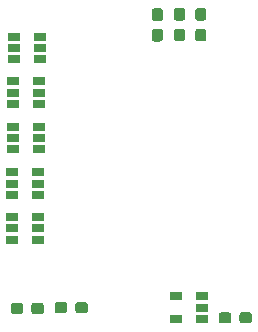
<source format=gbr>
G04 #@! TF.GenerationSoftware,KiCad,Pcbnew,5.1.4-e60b266~84~ubuntu18.04.1*
G04 #@! TF.CreationDate,2019-09-04T17:21:52+01:00*
G04 #@! TF.ProjectId,optical_sensor_daughter_board,6f707469-6361-46c5-9f73-656e736f725f,rev?*
G04 #@! TF.SameCoordinates,Original*
G04 #@! TF.FileFunction,Paste,Top*
G04 #@! TF.FilePolarity,Positive*
%FSLAX46Y46*%
G04 Gerber Fmt 4.6, Leading zero omitted, Abs format (unit mm)*
G04 Created by KiCad (PCBNEW 5.1.4-e60b266~84~ubuntu18.04.1) date 2019-09-04 17:21:52*
%MOMM*%
%LPD*%
G04 APERTURE LIST*
%ADD10R,1.060000X0.650000*%
%ADD11C,0.100000*%
%ADD12C,0.950000*%
G04 APERTURE END LIST*
D10*
X127675000Y-90975000D03*
X127675000Y-90025000D03*
X127675000Y-91925000D03*
X125475000Y-91925000D03*
X125475000Y-90975000D03*
X125475000Y-90025000D03*
X127600000Y-102475000D03*
X127600000Y-101525000D03*
X127600000Y-103425000D03*
X125400000Y-103425000D03*
X125400000Y-102475000D03*
X125400000Y-101525000D03*
X127600000Y-98675000D03*
X127600000Y-97725000D03*
X127600000Y-99625000D03*
X125400000Y-99625000D03*
X125400000Y-98675000D03*
X125400000Y-97725000D03*
X127625000Y-94825000D03*
X127625000Y-93875000D03*
X127625000Y-95775000D03*
X125425000Y-95775000D03*
X125425000Y-94825000D03*
X125425000Y-93875000D03*
X127700000Y-87200000D03*
X127700000Y-86250000D03*
X127700000Y-88150000D03*
X125500000Y-88150000D03*
X125500000Y-87200000D03*
X125500000Y-86250000D03*
X139250000Y-110125000D03*
X139250000Y-108225000D03*
X141450000Y-108225000D03*
X141450000Y-109175000D03*
X141450000Y-110125000D03*
D11*
G36*
X127835779Y-108776144D02*
G01*
X127858834Y-108779563D01*
X127881443Y-108785227D01*
X127903387Y-108793079D01*
X127924457Y-108803044D01*
X127944448Y-108815026D01*
X127963168Y-108828910D01*
X127980438Y-108844562D01*
X127996090Y-108861832D01*
X128009974Y-108880552D01*
X128021956Y-108900543D01*
X128031921Y-108921613D01*
X128039773Y-108943557D01*
X128045437Y-108966166D01*
X128048856Y-108989221D01*
X128050000Y-109012500D01*
X128050000Y-109487500D01*
X128048856Y-109510779D01*
X128045437Y-109533834D01*
X128039773Y-109556443D01*
X128031921Y-109578387D01*
X128021956Y-109599457D01*
X128009974Y-109619448D01*
X127996090Y-109638168D01*
X127980438Y-109655438D01*
X127963168Y-109671090D01*
X127944448Y-109684974D01*
X127924457Y-109696956D01*
X127903387Y-109706921D01*
X127881443Y-109714773D01*
X127858834Y-109720437D01*
X127835779Y-109723856D01*
X127812500Y-109725000D01*
X127237500Y-109725000D01*
X127214221Y-109723856D01*
X127191166Y-109720437D01*
X127168557Y-109714773D01*
X127146613Y-109706921D01*
X127125543Y-109696956D01*
X127105552Y-109684974D01*
X127086832Y-109671090D01*
X127069562Y-109655438D01*
X127053910Y-109638168D01*
X127040026Y-109619448D01*
X127028044Y-109599457D01*
X127018079Y-109578387D01*
X127010227Y-109556443D01*
X127004563Y-109533834D01*
X127001144Y-109510779D01*
X127000000Y-109487500D01*
X127000000Y-109012500D01*
X127001144Y-108989221D01*
X127004563Y-108966166D01*
X127010227Y-108943557D01*
X127018079Y-108921613D01*
X127028044Y-108900543D01*
X127040026Y-108880552D01*
X127053910Y-108861832D01*
X127069562Y-108844562D01*
X127086832Y-108828910D01*
X127105552Y-108815026D01*
X127125543Y-108803044D01*
X127146613Y-108793079D01*
X127168557Y-108785227D01*
X127191166Y-108779563D01*
X127214221Y-108776144D01*
X127237500Y-108775000D01*
X127812500Y-108775000D01*
X127835779Y-108776144D01*
X127835779Y-108776144D01*
G37*
D12*
X127525000Y-109250000D03*
D11*
G36*
X126085779Y-108776144D02*
G01*
X126108834Y-108779563D01*
X126131443Y-108785227D01*
X126153387Y-108793079D01*
X126174457Y-108803044D01*
X126194448Y-108815026D01*
X126213168Y-108828910D01*
X126230438Y-108844562D01*
X126246090Y-108861832D01*
X126259974Y-108880552D01*
X126271956Y-108900543D01*
X126281921Y-108921613D01*
X126289773Y-108943557D01*
X126295437Y-108966166D01*
X126298856Y-108989221D01*
X126300000Y-109012500D01*
X126300000Y-109487500D01*
X126298856Y-109510779D01*
X126295437Y-109533834D01*
X126289773Y-109556443D01*
X126281921Y-109578387D01*
X126271956Y-109599457D01*
X126259974Y-109619448D01*
X126246090Y-109638168D01*
X126230438Y-109655438D01*
X126213168Y-109671090D01*
X126194448Y-109684974D01*
X126174457Y-109696956D01*
X126153387Y-109706921D01*
X126131443Y-109714773D01*
X126108834Y-109720437D01*
X126085779Y-109723856D01*
X126062500Y-109725000D01*
X125487500Y-109725000D01*
X125464221Y-109723856D01*
X125441166Y-109720437D01*
X125418557Y-109714773D01*
X125396613Y-109706921D01*
X125375543Y-109696956D01*
X125355552Y-109684974D01*
X125336832Y-109671090D01*
X125319562Y-109655438D01*
X125303910Y-109638168D01*
X125290026Y-109619448D01*
X125278044Y-109599457D01*
X125268079Y-109578387D01*
X125260227Y-109556443D01*
X125254563Y-109533834D01*
X125251144Y-109510779D01*
X125250000Y-109487500D01*
X125250000Y-109012500D01*
X125251144Y-108989221D01*
X125254563Y-108966166D01*
X125260227Y-108943557D01*
X125268079Y-108921613D01*
X125278044Y-108900543D01*
X125290026Y-108880552D01*
X125303910Y-108861832D01*
X125319562Y-108844562D01*
X125336832Y-108828910D01*
X125355552Y-108815026D01*
X125375543Y-108803044D01*
X125396613Y-108793079D01*
X125418557Y-108785227D01*
X125441166Y-108779563D01*
X125464221Y-108776144D01*
X125487500Y-108775000D01*
X126062500Y-108775000D01*
X126085779Y-108776144D01*
X126085779Y-108776144D01*
G37*
D12*
X125775000Y-109250000D03*
D11*
G36*
X141610779Y-85576144D02*
G01*
X141633834Y-85579563D01*
X141656443Y-85585227D01*
X141678387Y-85593079D01*
X141699457Y-85603044D01*
X141719448Y-85615026D01*
X141738168Y-85628910D01*
X141755438Y-85644562D01*
X141771090Y-85661832D01*
X141784974Y-85680552D01*
X141796956Y-85700543D01*
X141806921Y-85721613D01*
X141814773Y-85743557D01*
X141820437Y-85766166D01*
X141823856Y-85789221D01*
X141825000Y-85812500D01*
X141825000Y-86387500D01*
X141823856Y-86410779D01*
X141820437Y-86433834D01*
X141814773Y-86456443D01*
X141806921Y-86478387D01*
X141796956Y-86499457D01*
X141784974Y-86519448D01*
X141771090Y-86538168D01*
X141755438Y-86555438D01*
X141738168Y-86571090D01*
X141719448Y-86584974D01*
X141699457Y-86596956D01*
X141678387Y-86606921D01*
X141656443Y-86614773D01*
X141633834Y-86620437D01*
X141610779Y-86623856D01*
X141587500Y-86625000D01*
X141112500Y-86625000D01*
X141089221Y-86623856D01*
X141066166Y-86620437D01*
X141043557Y-86614773D01*
X141021613Y-86606921D01*
X141000543Y-86596956D01*
X140980552Y-86584974D01*
X140961832Y-86571090D01*
X140944562Y-86555438D01*
X140928910Y-86538168D01*
X140915026Y-86519448D01*
X140903044Y-86499457D01*
X140893079Y-86478387D01*
X140885227Y-86456443D01*
X140879563Y-86433834D01*
X140876144Y-86410779D01*
X140875000Y-86387500D01*
X140875000Y-85812500D01*
X140876144Y-85789221D01*
X140879563Y-85766166D01*
X140885227Y-85743557D01*
X140893079Y-85721613D01*
X140903044Y-85700543D01*
X140915026Y-85680552D01*
X140928910Y-85661832D01*
X140944562Y-85644562D01*
X140961832Y-85628910D01*
X140980552Y-85615026D01*
X141000543Y-85603044D01*
X141021613Y-85593079D01*
X141043557Y-85585227D01*
X141066166Y-85579563D01*
X141089221Y-85576144D01*
X141112500Y-85575000D01*
X141587500Y-85575000D01*
X141610779Y-85576144D01*
X141610779Y-85576144D01*
G37*
D12*
X141350000Y-86100000D03*
D11*
G36*
X141610779Y-83826144D02*
G01*
X141633834Y-83829563D01*
X141656443Y-83835227D01*
X141678387Y-83843079D01*
X141699457Y-83853044D01*
X141719448Y-83865026D01*
X141738168Y-83878910D01*
X141755438Y-83894562D01*
X141771090Y-83911832D01*
X141784974Y-83930552D01*
X141796956Y-83950543D01*
X141806921Y-83971613D01*
X141814773Y-83993557D01*
X141820437Y-84016166D01*
X141823856Y-84039221D01*
X141825000Y-84062500D01*
X141825000Y-84637500D01*
X141823856Y-84660779D01*
X141820437Y-84683834D01*
X141814773Y-84706443D01*
X141806921Y-84728387D01*
X141796956Y-84749457D01*
X141784974Y-84769448D01*
X141771090Y-84788168D01*
X141755438Y-84805438D01*
X141738168Y-84821090D01*
X141719448Y-84834974D01*
X141699457Y-84846956D01*
X141678387Y-84856921D01*
X141656443Y-84864773D01*
X141633834Y-84870437D01*
X141610779Y-84873856D01*
X141587500Y-84875000D01*
X141112500Y-84875000D01*
X141089221Y-84873856D01*
X141066166Y-84870437D01*
X141043557Y-84864773D01*
X141021613Y-84856921D01*
X141000543Y-84846956D01*
X140980552Y-84834974D01*
X140961832Y-84821090D01*
X140944562Y-84805438D01*
X140928910Y-84788168D01*
X140915026Y-84769448D01*
X140903044Y-84749457D01*
X140893079Y-84728387D01*
X140885227Y-84706443D01*
X140879563Y-84683834D01*
X140876144Y-84660779D01*
X140875000Y-84637500D01*
X140875000Y-84062500D01*
X140876144Y-84039221D01*
X140879563Y-84016166D01*
X140885227Y-83993557D01*
X140893079Y-83971613D01*
X140903044Y-83950543D01*
X140915026Y-83930552D01*
X140928910Y-83911832D01*
X140944562Y-83894562D01*
X140961832Y-83878910D01*
X140980552Y-83865026D01*
X141000543Y-83853044D01*
X141021613Y-83843079D01*
X141043557Y-83835227D01*
X141066166Y-83829563D01*
X141089221Y-83826144D01*
X141112500Y-83825000D01*
X141587500Y-83825000D01*
X141610779Y-83826144D01*
X141610779Y-83826144D01*
G37*
D12*
X141350000Y-84350000D03*
D11*
G36*
X131560779Y-108701144D02*
G01*
X131583834Y-108704563D01*
X131606443Y-108710227D01*
X131628387Y-108718079D01*
X131649457Y-108728044D01*
X131669448Y-108740026D01*
X131688168Y-108753910D01*
X131705438Y-108769562D01*
X131721090Y-108786832D01*
X131734974Y-108805552D01*
X131746956Y-108825543D01*
X131756921Y-108846613D01*
X131764773Y-108868557D01*
X131770437Y-108891166D01*
X131773856Y-108914221D01*
X131775000Y-108937500D01*
X131775000Y-109412500D01*
X131773856Y-109435779D01*
X131770437Y-109458834D01*
X131764773Y-109481443D01*
X131756921Y-109503387D01*
X131746956Y-109524457D01*
X131734974Y-109544448D01*
X131721090Y-109563168D01*
X131705438Y-109580438D01*
X131688168Y-109596090D01*
X131669448Y-109609974D01*
X131649457Y-109621956D01*
X131628387Y-109631921D01*
X131606443Y-109639773D01*
X131583834Y-109645437D01*
X131560779Y-109648856D01*
X131537500Y-109650000D01*
X130962500Y-109650000D01*
X130939221Y-109648856D01*
X130916166Y-109645437D01*
X130893557Y-109639773D01*
X130871613Y-109631921D01*
X130850543Y-109621956D01*
X130830552Y-109609974D01*
X130811832Y-109596090D01*
X130794562Y-109580438D01*
X130778910Y-109563168D01*
X130765026Y-109544448D01*
X130753044Y-109524457D01*
X130743079Y-109503387D01*
X130735227Y-109481443D01*
X130729563Y-109458834D01*
X130726144Y-109435779D01*
X130725000Y-109412500D01*
X130725000Y-108937500D01*
X130726144Y-108914221D01*
X130729563Y-108891166D01*
X130735227Y-108868557D01*
X130743079Y-108846613D01*
X130753044Y-108825543D01*
X130765026Y-108805552D01*
X130778910Y-108786832D01*
X130794562Y-108769562D01*
X130811832Y-108753910D01*
X130830552Y-108740026D01*
X130850543Y-108728044D01*
X130871613Y-108718079D01*
X130893557Y-108710227D01*
X130916166Y-108704563D01*
X130939221Y-108701144D01*
X130962500Y-108700000D01*
X131537500Y-108700000D01*
X131560779Y-108701144D01*
X131560779Y-108701144D01*
G37*
D12*
X131250000Y-109175000D03*
D11*
G36*
X129810779Y-108701144D02*
G01*
X129833834Y-108704563D01*
X129856443Y-108710227D01*
X129878387Y-108718079D01*
X129899457Y-108728044D01*
X129919448Y-108740026D01*
X129938168Y-108753910D01*
X129955438Y-108769562D01*
X129971090Y-108786832D01*
X129984974Y-108805552D01*
X129996956Y-108825543D01*
X130006921Y-108846613D01*
X130014773Y-108868557D01*
X130020437Y-108891166D01*
X130023856Y-108914221D01*
X130025000Y-108937500D01*
X130025000Y-109412500D01*
X130023856Y-109435779D01*
X130020437Y-109458834D01*
X130014773Y-109481443D01*
X130006921Y-109503387D01*
X129996956Y-109524457D01*
X129984974Y-109544448D01*
X129971090Y-109563168D01*
X129955438Y-109580438D01*
X129938168Y-109596090D01*
X129919448Y-109609974D01*
X129899457Y-109621956D01*
X129878387Y-109631921D01*
X129856443Y-109639773D01*
X129833834Y-109645437D01*
X129810779Y-109648856D01*
X129787500Y-109650000D01*
X129212500Y-109650000D01*
X129189221Y-109648856D01*
X129166166Y-109645437D01*
X129143557Y-109639773D01*
X129121613Y-109631921D01*
X129100543Y-109621956D01*
X129080552Y-109609974D01*
X129061832Y-109596090D01*
X129044562Y-109580438D01*
X129028910Y-109563168D01*
X129015026Y-109544448D01*
X129003044Y-109524457D01*
X128993079Y-109503387D01*
X128985227Y-109481443D01*
X128979563Y-109458834D01*
X128976144Y-109435779D01*
X128975000Y-109412500D01*
X128975000Y-108937500D01*
X128976144Y-108914221D01*
X128979563Y-108891166D01*
X128985227Y-108868557D01*
X128993079Y-108846613D01*
X129003044Y-108825543D01*
X129015026Y-108805552D01*
X129028910Y-108786832D01*
X129044562Y-108769562D01*
X129061832Y-108753910D01*
X129080552Y-108740026D01*
X129100543Y-108728044D01*
X129121613Y-108718079D01*
X129143557Y-108710227D01*
X129166166Y-108704563D01*
X129189221Y-108701144D01*
X129212500Y-108700000D01*
X129787500Y-108700000D01*
X129810779Y-108701144D01*
X129810779Y-108701144D01*
G37*
D12*
X129500000Y-109175000D03*
D11*
G36*
X145460779Y-109576144D02*
G01*
X145483834Y-109579563D01*
X145506443Y-109585227D01*
X145528387Y-109593079D01*
X145549457Y-109603044D01*
X145569448Y-109615026D01*
X145588168Y-109628910D01*
X145605438Y-109644562D01*
X145621090Y-109661832D01*
X145634974Y-109680552D01*
X145646956Y-109700543D01*
X145656921Y-109721613D01*
X145664773Y-109743557D01*
X145670437Y-109766166D01*
X145673856Y-109789221D01*
X145675000Y-109812500D01*
X145675000Y-110287500D01*
X145673856Y-110310779D01*
X145670437Y-110333834D01*
X145664773Y-110356443D01*
X145656921Y-110378387D01*
X145646956Y-110399457D01*
X145634974Y-110419448D01*
X145621090Y-110438168D01*
X145605438Y-110455438D01*
X145588168Y-110471090D01*
X145569448Y-110484974D01*
X145549457Y-110496956D01*
X145528387Y-110506921D01*
X145506443Y-110514773D01*
X145483834Y-110520437D01*
X145460779Y-110523856D01*
X145437500Y-110525000D01*
X144862500Y-110525000D01*
X144839221Y-110523856D01*
X144816166Y-110520437D01*
X144793557Y-110514773D01*
X144771613Y-110506921D01*
X144750543Y-110496956D01*
X144730552Y-110484974D01*
X144711832Y-110471090D01*
X144694562Y-110455438D01*
X144678910Y-110438168D01*
X144665026Y-110419448D01*
X144653044Y-110399457D01*
X144643079Y-110378387D01*
X144635227Y-110356443D01*
X144629563Y-110333834D01*
X144626144Y-110310779D01*
X144625000Y-110287500D01*
X144625000Y-109812500D01*
X144626144Y-109789221D01*
X144629563Y-109766166D01*
X144635227Y-109743557D01*
X144643079Y-109721613D01*
X144653044Y-109700543D01*
X144665026Y-109680552D01*
X144678910Y-109661832D01*
X144694562Y-109644562D01*
X144711832Y-109628910D01*
X144730552Y-109615026D01*
X144750543Y-109603044D01*
X144771613Y-109593079D01*
X144793557Y-109585227D01*
X144816166Y-109579563D01*
X144839221Y-109576144D01*
X144862500Y-109575000D01*
X145437500Y-109575000D01*
X145460779Y-109576144D01*
X145460779Y-109576144D01*
G37*
D12*
X145150000Y-110050000D03*
D11*
G36*
X143710779Y-109576144D02*
G01*
X143733834Y-109579563D01*
X143756443Y-109585227D01*
X143778387Y-109593079D01*
X143799457Y-109603044D01*
X143819448Y-109615026D01*
X143838168Y-109628910D01*
X143855438Y-109644562D01*
X143871090Y-109661832D01*
X143884974Y-109680552D01*
X143896956Y-109700543D01*
X143906921Y-109721613D01*
X143914773Y-109743557D01*
X143920437Y-109766166D01*
X143923856Y-109789221D01*
X143925000Y-109812500D01*
X143925000Y-110287500D01*
X143923856Y-110310779D01*
X143920437Y-110333834D01*
X143914773Y-110356443D01*
X143906921Y-110378387D01*
X143896956Y-110399457D01*
X143884974Y-110419448D01*
X143871090Y-110438168D01*
X143855438Y-110455438D01*
X143838168Y-110471090D01*
X143819448Y-110484974D01*
X143799457Y-110496956D01*
X143778387Y-110506921D01*
X143756443Y-110514773D01*
X143733834Y-110520437D01*
X143710779Y-110523856D01*
X143687500Y-110525000D01*
X143112500Y-110525000D01*
X143089221Y-110523856D01*
X143066166Y-110520437D01*
X143043557Y-110514773D01*
X143021613Y-110506921D01*
X143000543Y-110496956D01*
X142980552Y-110484974D01*
X142961832Y-110471090D01*
X142944562Y-110455438D01*
X142928910Y-110438168D01*
X142915026Y-110419448D01*
X142903044Y-110399457D01*
X142893079Y-110378387D01*
X142885227Y-110356443D01*
X142879563Y-110333834D01*
X142876144Y-110310779D01*
X142875000Y-110287500D01*
X142875000Y-109812500D01*
X142876144Y-109789221D01*
X142879563Y-109766166D01*
X142885227Y-109743557D01*
X142893079Y-109721613D01*
X142903044Y-109700543D01*
X142915026Y-109680552D01*
X142928910Y-109661832D01*
X142944562Y-109644562D01*
X142961832Y-109628910D01*
X142980552Y-109615026D01*
X143000543Y-109603044D01*
X143021613Y-109593079D01*
X143043557Y-109585227D01*
X143066166Y-109579563D01*
X143089221Y-109576144D01*
X143112500Y-109575000D01*
X143687500Y-109575000D01*
X143710779Y-109576144D01*
X143710779Y-109576144D01*
G37*
D12*
X143400000Y-110050000D03*
D11*
G36*
X139810779Y-85576144D02*
G01*
X139833834Y-85579563D01*
X139856443Y-85585227D01*
X139878387Y-85593079D01*
X139899457Y-85603044D01*
X139919448Y-85615026D01*
X139938168Y-85628910D01*
X139955438Y-85644562D01*
X139971090Y-85661832D01*
X139984974Y-85680552D01*
X139996956Y-85700543D01*
X140006921Y-85721613D01*
X140014773Y-85743557D01*
X140020437Y-85766166D01*
X140023856Y-85789221D01*
X140025000Y-85812500D01*
X140025000Y-86387500D01*
X140023856Y-86410779D01*
X140020437Y-86433834D01*
X140014773Y-86456443D01*
X140006921Y-86478387D01*
X139996956Y-86499457D01*
X139984974Y-86519448D01*
X139971090Y-86538168D01*
X139955438Y-86555438D01*
X139938168Y-86571090D01*
X139919448Y-86584974D01*
X139899457Y-86596956D01*
X139878387Y-86606921D01*
X139856443Y-86614773D01*
X139833834Y-86620437D01*
X139810779Y-86623856D01*
X139787500Y-86625000D01*
X139312500Y-86625000D01*
X139289221Y-86623856D01*
X139266166Y-86620437D01*
X139243557Y-86614773D01*
X139221613Y-86606921D01*
X139200543Y-86596956D01*
X139180552Y-86584974D01*
X139161832Y-86571090D01*
X139144562Y-86555438D01*
X139128910Y-86538168D01*
X139115026Y-86519448D01*
X139103044Y-86499457D01*
X139093079Y-86478387D01*
X139085227Y-86456443D01*
X139079563Y-86433834D01*
X139076144Y-86410779D01*
X139075000Y-86387500D01*
X139075000Y-85812500D01*
X139076144Y-85789221D01*
X139079563Y-85766166D01*
X139085227Y-85743557D01*
X139093079Y-85721613D01*
X139103044Y-85700543D01*
X139115026Y-85680552D01*
X139128910Y-85661832D01*
X139144562Y-85644562D01*
X139161832Y-85628910D01*
X139180552Y-85615026D01*
X139200543Y-85603044D01*
X139221613Y-85593079D01*
X139243557Y-85585227D01*
X139266166Y-85579563D01*
X139289221Y-85576144D01*
X139312500Y-85575000D01*
X139787500Y-85575000D01*
X139810779Y-85576144D01*
X139810779Y-85576144D01*
G37*
D12*
X139550000Y-86100000D03*
D11*
G36*
X139810779Y-83826144D02*
G01*
X139833834Y-83829563D01*
X139856443Y-83835227D01*
X139878387Y-83843079D01*
X139899457Y-83853044D01*
X139919448Y-83865026D01*
X139938168Y-83878910D01*
X139955438Y-83894562D01*
X139971090Y-83911832D01*
X139984974Y-83930552D01*
X139996956Y-83950543D01*
X140006921Y-83971613D01*
X140014773Y-83993557D01*
X140020437Y-84016166D01*
X140023856Y-84039221D01*
X140025000Y-84062500D01*
X140025000Y-84637500D01*
X140023856Y-84660779D01*
X140020437Y-84683834D01*
X140014773Y-84706443D01*
X140006921Y-84728387D01*
X139996956Y-84749457D01*
X139984974Y-84769448D01*
X139971090Y-84788168D01*
X139955438Y-84805438D01*
X139938168Y-84821090D01*
X139919448Y-84834974D01*
X139899457Y-84846956D01*
X139878387Y-84856921D01*
X139856443Y-84864773D01*
X139833834Y-84870437D01*
X139810779Y-84873856D01*
X139787500Y-84875000D01*
X139312500Y-84875000D01*
X139289221Y-84873856D01*
X139266166Y-84870437D01*
X139243557Y-84864773D01*
X139221613Y-84856921D01*
X139200543Y-84846956D01*
X139180552Y-84834974D01*
X139161832Y-84821090D01*
X139144562Y-84805438D01*
X139128910Y-84788168D01*
X139115026Y-84769448D01*
X139103044Y-84749457D01*
X139093079Y-84728387D01*
X139085227Y-84706443D01*
X139079563Y-84683834D01*
X139076144Y-84660779D01*
X139075000Y-84637500D01*
X139075000Y-84062500D01*
X139076144Y-84039221D01*
X139079563Y-84016166D01*
X139085227Y-83993557D01*
X139093079Y-83971613D01*
X139103044Y-83950543D01*
X139115026Y-83930552D01*
X139128910Y-83911832D01*
X139144562Y-83894562D01*
X139161832Y-83878910D01*
X139180552Y-83865026D01*
X139200543Y-83853044D01*
X139221613Y-83843079D01*
X139243557Y-83835227D01*
X139266166Y-83829563D01*
X139289221Y-83826144D01*
X139312500Y-83825000D01*
X139787500Y-83825000D01*
X139810779Y-83826144D01*
X139810779Y-83826144D01*
G37*
D12*
X139550000Y-84350000D03*
D11*
G36*
X137935779Y-85601144D02*
G01*
X137958834Y-85604563D01*
X137981443Y-85610227D01*
X138003387Y-85618079D01*
X138024457Y-85628044D01*
X138044448Y-85640026D01*
X138063168Y-85653910D01*
X138080438Y-85669562D01*
X138096090Y-85686832D01*
X138109974Y-85705552D01*
X138121956Y-85725543D01*
X138131921Y-85746613D01*
X138139773Y-85768557D01*
X138145437Y-85791166D01*
X138148856Y-85814221D01*
X138150000Y-85837500D01*
X138150000Y-86412500D01*
X138148856Y-86435779D01*
X138145437Y-86458834D01*
X138139773Y-86481443D01*
X138131921Y-86503387D01*
X138121956Y-86524457D01*
X138109974Y-86544448D01*
X138096090Y-86563168D01*
X138080438Y-86580438D01*
X138063168Y-86596090D01*
X138044448Y-86609974D01*
X138024457Y-86621956D01*
X138003387Y-86631921D01*
X137981443Y-86639773D01*
X137958834Y-86645437D01*
X137935779Y-86648856D01*
X137912500Y-86650000D01*
X137437500Y-86650000D01*
X137414221Y-86648856D01*
X137391166Y-86645437D01*
X137368557Y-86639773D01*
X137346613Y-86631921D01*
X137325543Y-86621956D01*
X137305552Y-86609974D01*
X137286832Y-86596090D01*
X137269562Y-86580438D01*
X137253910Y-86563168D01*
X137240026Y-86544448D01*
X137228044Y-86524457D01*
X137218079Y-86503387D01*
X137210227Y-86481443D01*
X137204563Y-86458834D01*
X137201144Y-86435779D01*
X137200000Y-86412500D01*
X137200000Y-85837500D01*
X137201144Y-85814221D01*
X137204563Y-85791166D01*
X137210227Y-85768557D01*
X137218079Y-85746613D01*
X137228044Y-85725543D01*
X137240026Y-85705552D01*
X137253910Y-85686832D01*
X137269562Y-85669562D01*
X137286832Y-85653910D01*
X137305552Y-85640026D01*
X137325543Y-85628044D01*
X137346613Y-85618079D01*
X137368557Y-85610227D01*
X137391166Y-85604563D01*
X137414221Y-85601144D01*
X137437500Y-85600000D01*
X137912500Y-85600000D01*
X137935779Y-85601144D01*
X137935779Y-85601144D01*
G37*
D12*
X137675000Y-86125000D03*
D11*
G36*
X137935779Y-83851144D02*
G01*
X137958834Y-83854563D01*
X137981443Y-83860227D01*
X138003387Y-83868079D01*
X138024457Y-83878044D01*
X138044448Y-83890026D01*
X138063168Y-83903910D01*
X138080438Y-83919562D01*
X138096090Y-83936832D01*
X138109974Y-83955552D01*
X138121956Y-83975543D01*
X138131921Y-83996613D01*
X138139773Y-84018557D01*
X138145437Y-84041166D01*
X138148856Y-84064221D01*
X138150000Y-84087500D01*
X138150000Y-84662500D01*
X138148856Y-84685779D01*
X138145437Y-84708834D01*
X138139773Y-84731443D01*
X138131921Y-84753387D01*
X138121956Y-84774457D01*
X138109974Y-84794448D01*
X138096090Y-84813168D01*
X138080438Y-84830438D01*
X138063168Y-84846090D01*
X138044448Y-84859974D01*
X138024457Y-84871956D01*
X138003387Y-84881921D01*
X137981443Y-84889773D01*
X137958834Y-84895437D01*
X137935779Y-84898856D01*
X137912500Y-84900000D01*
X137437500Y-84900000D01*
X137414221Y-84898856D01*
X137391166Y-84895437D01*
X137368557Y-84889773D01*
X137346613Y-84881921D01*
X137325543Y-84871956D01*
X137305552Y-84859974D01*
X137286832Y-84846090D01*
X137269562Y-84830438D01*
X137253910Y-84813168D01*
X137240026Y-84794448D01*
X137228044Y-84774457D01*
X137218079Y-84753387D01*
X137210227Y-84731443D01*
X137204563Y-84708834D01*
X137201144Y-84685779D01*
X137200000Y-84662500D01*
X137200000Y-84087500D01*
X137201144Y-84064221D01*
X137204563Y-84041166D01*
X137210227Y-84018557D01*
X137218079Y-83996613D01*
X137228044Y-83975543D01*
X137240026Y-83955552D01*
X137253910Y-83936832D01*
X137269562Y-83919562D01*
X137286832Y-83903910D01*
X137305552Y-83890026D01*
X137325543Y-83878044D01*
X137346613Y-83868079D01*
X137368557Y-83860227D01*
X137391166Y-83854563D01*
X137414221Y-83851144D01*
X137437500Y-83850000D01*
X137912500Y-83850000D01*
X137935779Y-83851144D01*
X137935779Y-83851144D01*
G37*
D12*
X137675000Y-84375000D03*
M02*

</source>
